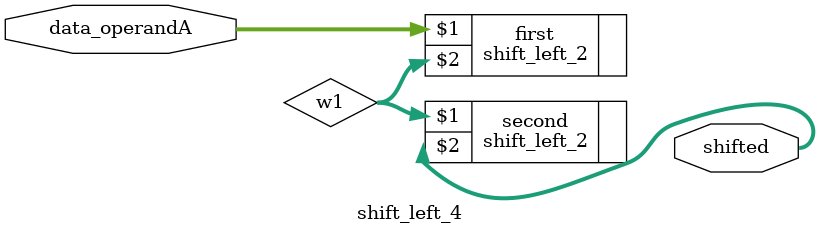
<source format=v>
module shift_left_4(data_operandA, shifted);
    
    input [31:0] data_operandA;
    output [31:0] shifted;

    wire [31:0] w1;
    shift_left_2 first(data_operandA, w1);
    shift_left_2 second(w1, shifted);

endmodule
</source>
